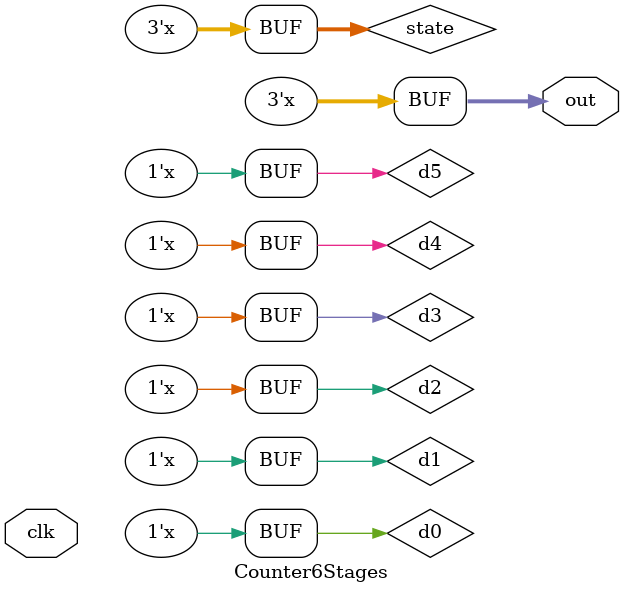
<source format=v>
`timescale 1ns / 1ps
module Counter6Stages(
    input clk,
    output [2:0] out
    );
reg [2:0] state = 3'b001;
assign out = state;

wire d0;
wire d1;
wire d2;

assign d0 = state[0];
assign d1 = state[1];
assign d2 = state[2];

//wire aux;
//assign aux = state[0];

wire d3;
wire d4;
wire d5;

D_FlipFlop ff0 (
	.D(d0),
	.CLK(clk),
	.Q(d3)
);

D_FlipFlop ff1 (
	.D(d1),
	.CLK(clk),
	.Q(d4)
);

D_FlipFlop ff2 (
	.D(d2),
	.CLK(clk),
	.Q(d5)
);

always @ (*)
begin
	d2 <= state[0];
	d1 <= (~state[2] & ~state[0]) | (state[2] & state[0]);
	d0 <= (~state[2] & state[1]) | (~state[2] & state[0]);
	state = {d5, d4, d3};
end

endmodule

</source>
